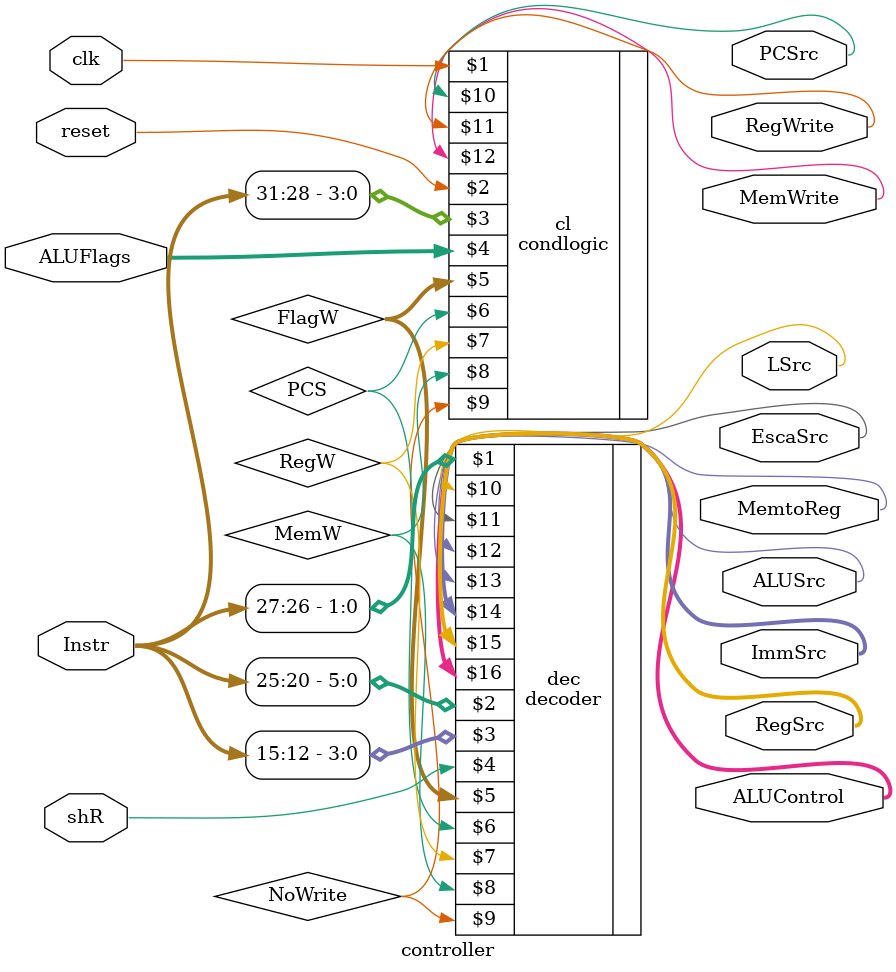
<source format=sv>
/*
 * This module is the Control Unit of ARM single-cycle processor
 */ 
module controller(input logic clk, reset,
						input logic [31:12] Instr,
						input logic shR,
						input logic [3:0] ALUFlags,
						output logic [1:0] RegSrc,
						output logic RegWrite,
						output logic [1:0] ImmSrc,
						output logic ALUSrc,
						output logic [2:0] ALUControl,
						output logic MemWrite, MemtoReg,
						output logic PCSrc, LSrc, EscaSrc);
	logic [1:0] FlagW;
	logic PCS, RegW, MemW, NoWrite;

	decoder dec(Instr[27:26], Instr[25:20], Instr[15:12], shR,
					FlagW, PCS, RegW, MemW, NoWrite, LSrc, EscaSrc, 
					MemtoReg, ALUSrc, ImmSrc, RegSrc, ALUControl);

	condlogic cl(clk, reset, Instr[31:28], ALUFlags,
					FlagW, PCS, RegW, MemW, NoWrite,
					PCSrc, RegWrite, MemWrite);

endmodule

</source>
